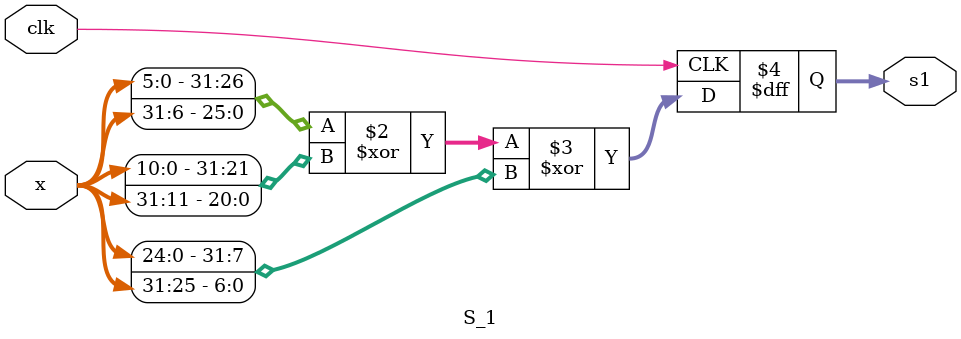
<source format=v>
module S_1(output reg[31:0]s1, input [31:0]x, input clk);
always @(posedge clk)
begin
s1 = ({x[5:0], x[31:6]})^({x[10:0], x[31:11]})^({x[24:0], x[31:25]});
end
endmodule

</source>
